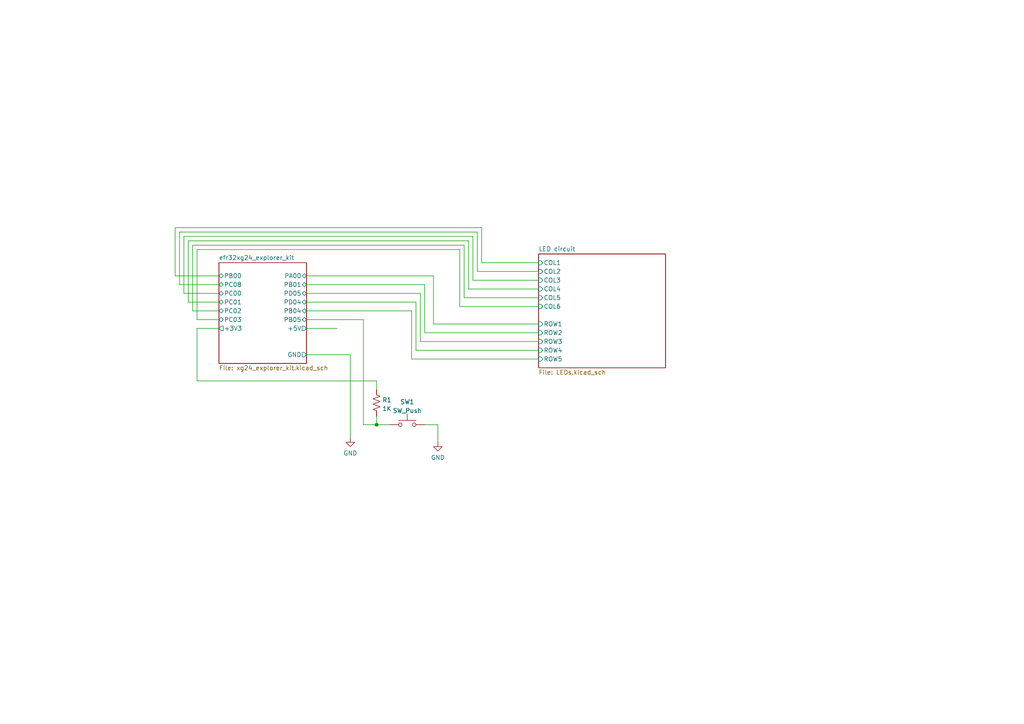
<source format=kicad_sch>
(kicad_sch (version 20211123) (generator eeschema)
  (paper "A4")
  (title_block (title "LED Roulette") (date "2024-08-28") (rev "A"))
  (lib_symbols
    (symbol "Device:R_US" (pin_numbers hide) (pin_names (offset 0))
      (property "Reference" "R" (at 2.54 0 90))
      (property "Value" "R_US" (at -2.54 0 90))
      (symbol "R_US_0_1"
        (polyline (pts (xy 0 -2.286) (xy 0 -2.54)))
        (polyline (pts (xy 0 2.286) (xy 0 2.54)))
        (polyline (pts (xy 0 -0.762) (xy 1.016 -1.143) (xy 0 -1.524) (xy -1.016 -1.905) (xy 0 -2.286)))
        (polyline (pts (xy 0 0.762) (xy 1.016 0.381) (xy 0 0) (xy -1.016 -0.381) (xy 0 -0.762)))
        (polyline (pts (xy 0 2.286) (xy 1.016 1.905) (xy 0 1.524) (xy -1.016 1.143) (xy 0 0.762)))
      )
      (symbol "R_US_1_1"
        (pin passive line (at 0 3.81 270) (length 1.27) (name "~") (number "1"))
        (pin passive line (at 0 -3.81 90) (length 1.27) (name "~") (number "2"))
      )
    )
    (symbol "Switch:SW_Push" (pin_numbers hide) (pin_names (offset 1.016) hide)
      (property "Reference" "SW" (at 1.27 2.54 0))
      (property "Value" "SW_Push" (at 0 -1.524 0))
      (symbol "SW_Push_0_1"
        (circle (center -2.032 0) (radius 0.508))
        (polyline (pts (xy 0 1.27) (xy 0 3.048)))
        (polyline (pts (xy 2.54 1.27) (xy -2.54 1.27)))
        (circle (center 2.032 0) (radius 0.508))
        (pin passive line (at -5.08 0 0) (length 2.54) (name "1") (number "1"))
        (pin passive line (at 5.08 0 180) (length 2.54) (name "2") (number "2"))
      )
    )
    (symbol "power:GND" (power) (pin_names (offset 0))
      (property "Value" "GND" (at 0 -3.81 0))
      (symbol "GND_0_1"
        (polyline (pts (xy 0 0) (xy 0 -1.27) (xy 1.27 -1.27) (xy 0 -2.54) (xy -1.27 -1.27) (xy 0 -1.27)))
      )
      (symbol "GND_1_1"
        (pin power_in line (at 0 0 270) (length 0) hide (name "GND") (number "1"))
      )
    )
  )
  (junction (at 109.22 123.19))
  (wire (pts (xy 123.19 96.52) (xy 156.21 96.52)))
  (wire (pts (xy 52.07 82.55) (xy 52.07 67.31)))
  (wire (pts (xy 57.15 92.71) (xy 63.5 92.71)))
  (wire (pts (xy 50.8 80.01) (xy 50.8 66.04)))
  (wire (pts (xy 101.6 102.87) (xy 101.6 127)))
  (wire (pts (xy 88.9 90.17) (xy 119.38 90.17)))
  (wire (pts (xy 57.15 72.39) (xy 133.35 72.39)))
  (wire (pts (xy 52.07 67.31) (xy 138.43 67.31)))
  (wire (pts (xy 127 123.19) (xy 127 128.27)))
  (wire (pts (xy 133.35 88.9) (xy 156.21 88.9)))
  (wire (pts (xy 135.89 83.82) (xy 156.21 83.82)))
  (wire (pts (xy 57.15 95.25) (xy 57.15 110.49)))
  (wire (pts (xy 50.8 66.04) (xy 139.7 66.04)))
  (wire (pts (xy 138.43 67.31) (xy 138.43 78.74)))
  (wire (pts (xy 105.41 123.19) (xy 109.22 123.19)))
  (wire (pts (xy 53.34 68.58) (xy 137.16 68.58)))
  (wire (pts (xy 119.38 90.17) (xy 119.38 104.14)))
  (wire (pts (xy 50.8 80.01) (xy 63.5 80.01)))
  (wire (pts (xy 113.03 123.19) (xy 109.22 123.19)))
  (wire (pts (xy 55.88 90.17) (xy 63.5 90.17)))
  (wire (pts (xy 139.7 66.04) (xy 139.7 76.2)))
  (wire (pts (xy 88.9 80.01) (xy 125.73 80.01)))
  (wire (pts (xy 139.7 76.2) (xy 156.21 76.2)))
  (wire (pts (xy 88.9 102.87) (xy 101.6 102.87)))
  (wire (pts (xy 52.07 82.55) (xy 63.5 82.55)))
  (wire (pts (xy 63.5 95.25) (xy 57.15 95.25)))
  (wire (pts (xy 105.41 92.71) (xy 105.41 123.19)))
  (wire (pts (xy 57.15 92.71) (xy 57.15 72.39)))
  (wire (pts (xy 54.61 87.63) (xy 54.61 69.85)))
  (wire (pts (xy 54.61 87.63) (xy 63.5 87.63)))
  (wire (pts (xy 55.88 71.12) (xy 134.62 71.12)))
  (wire (pts (xy 133.35 72.39) (xy 133.35 88.9)))
  (wire (pts (xy 54.61 69.85) (xy 135.89 69.85)))
  (wire (pts (xy 109.22 110.49) (xy 109.22 113.03)))
  (wire (pts (xy 125.73 93.98) (xy 156.21 93.98)))
  (wire (pts (xy 134.62 86.36) (xy 156.21 86.36)))
  (wire (pts (xy 53.34 85.09) (xy 53.34 68.58)))
  (wire (pts (xy 121.92 99.06) (xy 156.21 99.06)))
  (wire (pts (xy 125.73 80.01) (xy 125.73 93.98)))
  (wire (pts (xy 120.65 87.63) (xy 120.65 101.6)))
  (wire (pts (xy 88.9 87.63) (xy 120.65 87.63)))
  (wire (pts (xy 123.19 123.19) (xy 127 123.19)))
  (wire (pts (xy 53.34 85.09) (xy 63.5 85.09)))
  (wire (pts (xy 55.88 90.17) (xy 55.88 71.12)))
  (wire (pts (xy 137.16 68.58) (xy 137.16 81.28)))
  (wire (pts (xy 121.92 85.09) (xy 121.92 99.06)))
  (wire (pts (xy 138.43 78.74) (xy 156.21 78.74)))
  (wire (pts (xy 134.62 71.12) (xy 134.62 86.36)))
  (wire (pts (xy 88.9 95.25) (xy 97.79 95.25)))
  (wire (pts (xy 109.22 123.19) (xy 109.22 120.65)))
  (wire (pts (xy 137.16 81.28) (xy 156.21 81.28)))
  (wire (pts (xy 88.9 92.71) (xy 105.41 92.71)))
  (wire (pts (xy 88.9 85.09) (xy 121.92 85.09)))
  (wire (pts (xy 88.9 82.55) (xy 123.19 82.55)))
  (wire (pts (xy 120.65 101.6) (xy 156.21 101.6)))
  (wire (pts (xy 119.38 104.14) (xy 156.21 104.14)))
  (wire (pts (xy 135.89 69.85) (xy 135.89 83.82)))
  (wire (pts (xy 123.19 82.55) (xy 123.19 96.52)))
  (wire (pts (xy 57.15 110.49) (xy 109.22 110.49)))
  (symbol (lib_id "power:GND") (at 101.6 127 0) (unit 1)
    (property "Reference" "#PWR01" (effects hide))
    (property "Value" "GND" (at 101.6 131.4434 0))
  )
  (symbol (lib_id "power:GND") (at 127 128.27 0) (unit 1)
    (property "Reference" "#PWR02" (effects hide))
    (property "Value" "GND" (at 127 132.7134 0))
  )
  (symbol (lib_id "Device:R_US") (at 109.22 116.84 0) (unit 1)
    (property "Reference" "R1" (at 110.871 116.0053 0) (effects (justify left)))
    (property "Value" "1K" (at 110.871 118.5422 0) (effects (justify left)))
    (property "Footprint" "Resistor_THT:R_Axial_DIN0207_L6.3mm_D2.5mm_P7.62mm_Horizontal" (effects hide))
  )
  (symbol (lib_id "Switch:SW_Push") (at 118.11 123.19 0) (unit 1)
    (property "Reference" "SW1" (at 118.11 116.5692 0))
    (property "Value" "SW_Push" (at 118.11 119.1061 0))
    (property "Footprint" "Button_Switch_THT:SW_PUSH_6mm" (effects hide))
  )
  (sheet (at 156.21 73.66) (size 36.83 33.02) (stroke (width 0.1524))
    (property "Sheet name" "LED circuit" (at 156.21 72.9484 0) (effects (justify left bottom)))
    (property "Sheet file" "LEDs.kicad_sch" (at 156.21 107.2646 0) (effects (justify left top)))
    (pin "ROW1" input (at 156.21 93.98 180))
    (pin "ROW2" input (at 156.21 96.52 180))
    (pin "COL1" input (at 156.21 76.2 180))
    (pin "COL2" input (at 156.21 78.74 180))
    (pin "COL3" input (at 156.21 81.28 180))
    (pin "COL4" input (at 156.21 83.82 180))
    (pin "COL5" input (at 156.21 86.36 180))
    (pin "COL6" input (at 156.21 88.9 180))
    (pin "ROW3" input (at 156.21 99.06 180))
    (pin "ROW4" input (at 156.21 101.6 180))
    (pin "ROW5" input (at 156.21 104.14 180))
  )
  (sheet (at 63.5 76.2) (size 25.4 29.21) (stroke (width 0.1524))
    (property "Sheet name" "efr32xg24_explorer_kit" (at 63.5 75.4884 0) (effects (justify left bottom)))
    (property "Sheet file" "xg24_explorer_kit.kicad_sch" (at 63.5 105.9946 0) (effects (justify left top)))
    (pin "PC02" bidirectional (at 63.5 90.17 180))
    (pin "PC03" bidirectional (at 63.5 92.71 180))
    (pin "PB00" bidirectional (at 63.5 80.01 180))
    (pin "GND" output (at 88.9 102.87 0))
    (pin "PC08" bidirectional (at 63.5 82.55 180))
    (pin "PC00" bidirectional (at 63.5 85.09 180))
    (pin "PC01" bidirectional (at 63.5 87.63 180))
    (pin "PA00" bidirectional (at 88.9 80.01 0))
    (pin "PB01" bidirectional (at 88.9 82.55 0))
    (pin "PD05" bidirectional (at 88.9 85.09 0))
    (pin "PD04" bidirectional (at 88.9 87.63 0))
    (pin "PB04" bidirectional (at 88.9 90.17 0))
    (pin "PB05" bidirectional (at 88.9 92.71 0))
    (pin "+3V3" output (at 63.5 95.25 180))
    (pin "+5V" output (at 88.9 95.25 0))
  )
)
</source>
